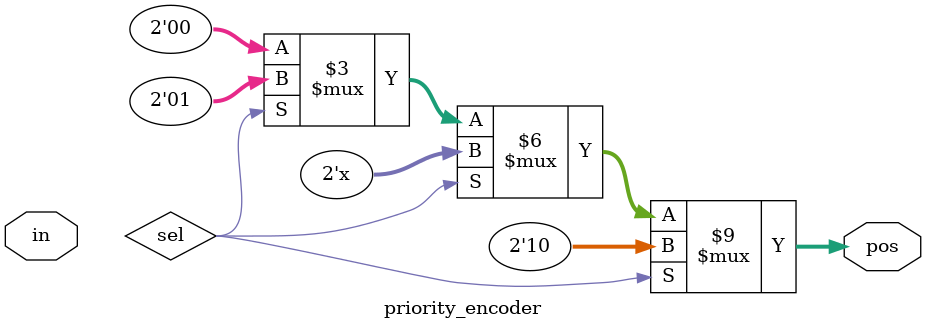
<source format=v>
module priority_encoder( 
input [2:0] in,
output reg [1:0] pos ); 
// When sel=1, assign b to out
always @ ( in ) 
if(sel) pos=2;
else if(sel) pos=1;
else pos=0;
 
endmodule

</source>
